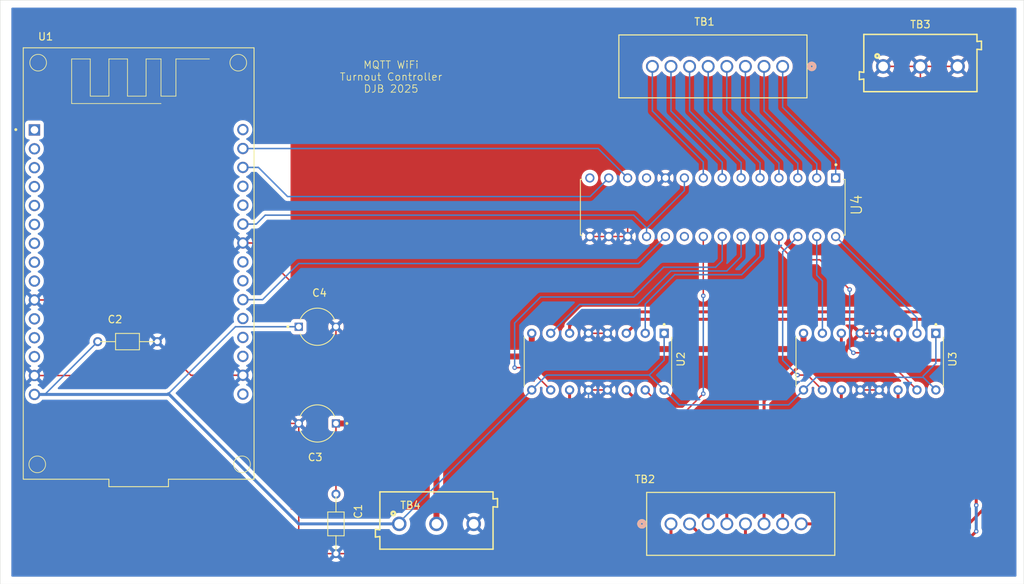
<source format=kicad_pcb>
(kicad_pcb (version 20241229) (generator "pcbnew") (generator_version "9.0")
  (layers (0 "F.Cu" signal) (2 "B.Cu" signal) (13 "F.Paste" user) (15 "B.Paste" user) (5 "F.SilkS" user "F.Silkscreen") (7 "B.SilkS" user "B.Silkscreen") (1 "F.Mask" user) (3 "B.Mask" user) (25 "Edge.Cuts" user))
  (net 0 "")
  (net 1 "GND")
  (net 2 "+12V")
  (net 3 "Net-(U2-4A)")
  (net 4 "Net-(U2-3Y)")
  (net 5 "+5V")
  (net 6 "Net-(U2-1Y)")
  (net 7 "Net-(U2-4Y)")
  (net 8 "Net-(U2-1A)")
  (net 9 "Net-(U2-3A)")
  (net 10 "Net-(U2-2A)")
  (net 11 "Net-(U2-2Y)")
  (net 12 "Net-(U3-1Y)")
  (net 13 "Net-(U3-2Y)")
  (net 14 "Net-(U3-4A)")
  (net 15 "Net-(U3-1A)")
  (net 16 "Net-(U3-4Y)")
  (net 17 "Net-(U3-2A)")
  (net 18 "Net-(U3-3A)")
  (net 19 "Net-(U3-3Y)")
  (net 20 "Net-(U4-GPB4)")
  (net 21 "Net-(U4-GPB3)")
  (net 22 "Net-(U4-GPB5)")
  (net 23 "Net-(U4-GPB0)")
  (net 24 "Net-(U4-GPB7)")
  (net 25 "Net-(U4-GPB6)")
  (net 26 "Net-(U4-GPB1)")
  (net 27 "Net-(U4-GPB2)")
  (net 28 "Net-(U1-D7(GPIO13))")
  (net 40 "Net-(U1-D1(GPIO5))")
  (net 43 "Net-(U4-VDD)")
  (net 47 "Net-(U1-D2(GPIO4))")
  (footprint "Cap 33:CAPPRD500W50D500H1100" (layer "F.Cu") (at 120.6 94.9)
    (property "Reference" "C4" (at 0.2892 -4.548 0) (layer "F.SilkS"))
    (property "Value" "33 uf")
    (fp_arc (start -2.3125 -0.95) (mid 0 -2.500028) (end 2.3125 -0.95) (stroke (width 0.127)) (layer "F.SilkS"))
    (fp_arc (start 2.3125 0.95) (mid 0 2.500028) (end -2.3125 0.95) (stroke (width 0.127)) (layer "F.SilkS"))
    (fp_circle (center -3.963 0) (end -3.863 0) (stroke (width 0.2)) (fill no) (layer "F.SilkS"))
    (pad "N" thru_hole circle (at 2.5 0) (size 1.1 1.1) (drill 0.75) (layers "*.Cu" "*.Mask") (net 1 "GND"))
    (pad "P" thru_hole rect (at -2.5 0) (size 1.1 1.1) (drill 0.75) (layers "*.Cu" "*.Mask") (net 5 "+5V"))
  )
  (footprint "L293DNE:DIP762W45P254L1980H508Q16" (layer "F.Cu") (at 194.79 99.59 -90)
    (property "Reference" "U3" (at -0.325 -11.135 90) (layer "F.SilkS"))
    (property "Value" "L293DNE")
    (fp_line (start -3.3 9.9) (end 3.3 9.9) (stroke (width 0.127)) (layer "F.SilkS"))
    (fp_line (start -3.3 -9.9) (end 3.3 -9.9) (stroke (width 0.127)) (layer "F.SilkS"))
    (fp_circle (center -5 -8.89) (end -4.9 -8.89) (stroke (width 0.2)) (fill no) (layer "F.SilkS"))
    (pad "1" thru_hole rect (at -3.81 -8.89 270) (size 1.248 1.248) (drill 0.74) (layers "*.Cu" "*.Mask") (net 5 "+5V"))
    (pad "2" thru_hole circle (at -3.81 -6.35 270) (size 1.248 1.248) (drill 0.74) (layers "*.Cu" "*.Mask") (net 15 "Net-(U3-1A)"))
    (pad "3" thru_hole circle (at -3.81 -3.81 270) (size 1.248 1.248) (drill 0.74) (layers "*.Cu" "*.Mask") (net 12 "Net-(U3-1Y)"))
    (pad "4" thru_hole circle (at -3.81 -1.27 270) (size 1.248 1.248) (drill 0.74) (layers "*.Cu" "*.Mask") (net 1 "GND"))
    (pad "5" thru_hole circle (at -3.81 1.27 270) (size 1.248 1.248) (drill 0.74) (layers "*.Cu" "*.Mask") (net 1 "GND"))
    (pad "6" thru_hole circle (at -3.81 3.81 270) (size 1.248 1.248) (drill 0.74) (layers "*.Cu" "*.Mask") (net 13 "Net-(U3-2Y)"))
    (pad "7" thru_hole circle (at -3.81 6.35 270) (size 1.248 1.248) (drill 0.74) (layers "*.Cu" "*.Mask") (net 17 "Net-(U3-2A)"))
    (pad "8" thru_hole circle (at -3.81 8.89 270) (size 1.248 1.248) (drill 0.74) (layers "*.Cu" "*.Mask") (net 2 "+12V"))
    (pad "9" thru_hole circle (at 3.81 8.89 270) (size 1.248 1.248) (drill 0.74) (layers "*.Cu" "*.Mask") (net 5 "+5V"))
    (pad "10" thru_hole circle (at 3.81 6.35 270) (size 1.248 1.248) (drill 0.74) (layers "*.Cu" "*.Mask") (net 18 "Net-(U3-3A)"))
    (pad "11" thru_hole circle (at 3.81 3.81 270) (size 1.248 1.248) (drill 0.74) (layers "*.Cu" "*.Mask") (net 19 "Net-(U3-3Y)"))
    (pad "12" thru_hole circle (at 3.81 1.27 270) (size 1.248 1.248) (drill 0.74) (layers "*.Cu" "*.Mask") (net 1 "GND"))
    (pad "13" thru_hole circle (at 3.81 -1.27 270) (size 1.248 1.248) (drill 0.74) (layers "*.Cu" "*.Mask") (net 1 "GND"))
    (pad "14" thru_hole circle (at 3.81 -3.81 270) (size 1.248 1.248) (drill 0.74) (layers "*.Cu" "*.Mask") (net 16 "Net-(U3-4Y)"))
    (pad "15" thru_hole circle (at 3.81 -6.35 270) (size 1.248 1.248) (drill 0.74) (layers "*.Cu" "*.Mask") (net 14 "Net-(U3-4A)"))
    (pad "16" thru_hole circle (at 3.81 -8.89 270) (size 1.248 1.248) (drill 0.74) (layers "*.Cu" "*.Mask") (net 5 "+5V"))
  )
  (footprint "MCP23017:DIP787W45P254L3556H508Q28" (layer "F.Cu") (at 173.71 78.835 -90)
    (property "Reference" "U4" (at -0.31607 -19.32912 90) (layer "F.SilkS") (effects (font (size 1.402394 1.402394))))
    (property "Value" "MCP23017")
    (fp_line (start -3.75 17.78) (end -3.75 17.526) (stroke (width 0.127)) (layer "F.SilkS"))
    (fp_line (start 3.75 17.78) (end -3.75 17.78) (stroke (width 0.127)) (layer "F.SilkS"))
    (fp_line (start 3.75 17.78) (end 3.75 17.526) (stroke (width 0.127)) (layer "F.SilkS"))
    (fp_line (start -3.75 -17.78) (end -3.75 -17.526) (stroke (width 0.127)) (layer "F.SilkS"))
    (fp_line (start 3.75 -17.78) (end 3.75 -17.526) (stroke (width 0.127)) (layer "F.SilkS"))
    (fp_line (start 3.75 -17.78) (end -3.75 -17.78) (stroke (width 0.127)) (layer "F.SilkS"))
    (fp_circle (center -5.71442 -16.5443) (end -5.61442 -16.5443) (stroke (width 0.2)) (fill no) (layer "F.SilkS"))
    (pad "1" thru_hole rect (at -3.935 -16.51 270) (size 1.23 1.23) (drill 0.82) (layers "*.Cu" "*.Mask") (net 23 "Net-(U4-GPB0)"))
    (pad "2" thru_hole circle (at -3.935 -13.97 270) (size 1.23 1.23) (drill 0.82) (layers "*.Cu" "*.Mask") (net 26 "Net-(U4-GPB1)"))
    (pad "3" thru_hole circle (at -3.935 -11.43 270) (size 1.23 1.23) (drill 0.82) (layers "*.Cu" "*.Mask") (net 27 "Net-(U4-GPB2)"))
    (pad "4" thru_hole circle (at -3.935 -8.89 270) (size 1.23 1.23) (drill 0.82) (layers "*.Cu" "*.Mask") (net 21 "Net-(U4-GPB3)"))
    (pad "5" thru_hole circle (at -3.935 -6.35 270) (size 1.23 1.23) (drill 0.82) (layers "*.Cu" "*.Mask") (net 20 "Net-(U4-GPB4)"))
    (pad "6" thru_hole circle (at -3.935 -3.81 270) (size 1.23 1.23) (drill 0.82) (layers "*.Cu" "*.Mask") (net 22 "Net-(U4-GPB5)"))
    (pad "7" thru_hole circle (at -3.935 -1.27 270) (size 1.23 1.23) (drill 0.82) (layers "*.Cu" "*.Mask") (net 25 "Net-(U4-GPB6)"))
    (pad "8" thru_hole circle (at -3.935 1.27 270) (size 1.23 1.23) (drill 0.82) (layers "*.Cu" "*.Mask") (net 24 "Net-(U4-GPB7)"))
    (pad "9" thru_hole circle (at -3.935 3.81 270) (size 1.23 1.23) (drill 0.82) (layers "*.Cu" "*.Mask") (net 43 "Net-(U4-VDD)"))
    (pad "10" thru_hole circle (at -3.935 6.35 270) (size 1.23 1.23) (drill 0.82) (layers "*.Cu" "*.Mask") (net 1 "GND"))
    (pad "11" thru_hole circle (at -3.935 8.89 270) (size 1.23 1.23) (drill 0.82) (layers "*.Cu" "*.Mask"))
    (pad "12" thru_hole circle (at -3.935 11.43 270) (size 1.23 1.23) (drill 0.82) (layers "*.Cu" "*.Mask") (net 40 "Net-(U1-D1(GPIO5))"))
    (pad "13" thru_hole circle (at -3.935 13.97 270) (size 1.23 1.23) (drill 0.82) (layers "*.Cu" "*.Mask") (net 47 "Net-(U1-D2(GPIO4))"))
    (pad "14" thru_hole circle (at -3.935 16.51 270) (size 1.23 1.23) (drill 0.82) (layers "*.Cu" "*.Mask"))
    (pad "15" thru_hole circle (at 3.935 16.51 270) (size 1.23 1.23) (drill 0.82) (layers "*.Cu" "*.Mask") (net 1 "GND"))
    (pad "16" thru_hole circle (at 3.935 13.97 270) (size 1.23 1.23) (drill 0.82) (layers "*.Cu" "*.Mask") (net 1 "GND"))
    (pad "17" thru_hole circle (at 3.935 11.43 270) (size 1.23 1.23) (drill 0.82) (layers "*.Cu" "*.Mask") (net 1 "GND"))
    (pad "18" thru_hole circle (at 3.935 8.89 270) (size 1.23 1.23) (drill 0.82) (layers "*.Cu" "*.Mask") (net 43 "Net-(U4-VDD)"))
    (pad "19" thru_hole circle (at 3.935 6.35 270) (size 1.23 1.23) (drill 0.82) (layers "*.Cu" "*.Mask") (net 28 "Net-(U1-D7(GPIO13))"))
    (pad "20" thru_hole circle (at 3.935 3.81 270) (size 1.23 1.23) (drill 0.82) (layers "*.Cu" "*.Mask"))
    (pad "21" thru_hole circle (at 3.935 1.27 270) (size 1.23 1.23) (drill 0.82) (layers "*.Cu" "*.Mask") (net 3 "Net-(U2-4A)"))
    (pad "22" thru_hole circle (at 3.935 -1.27 270) (size 1.23 1.23) (drill 0.82) (layers "*.Cu" "*.Mask") (net 9 "Net-(U2-3A)"))
    (pad "23" thru_hole circle (at 3.935 -3.81 270) (size 1.23 1.23) (drill 0.82) (layers "*.Cu" "*.Mask") (net 10 "Net-(U2-2A)"))
    (pad "24" thru_hole circle (at 3.935 -6.35 270) (size 1.23 1.23) (drill 0.82) (layers "*.Cu" "*.Mask") (net 8 "Net-(U2-1A)"))
    (pad "25" thru_hole circle (at 3.935 -8.89 270) (size 1.23 1.23) (drill 0.82) (layers "*.Cu" "*.Mask") (net 14 "Net-(U3-4A)"))
    (pad "26" thru_hole circle (at 3.935 -11.43 270) (size 1.23 1.23) (drill 0.82) (layers "*.Cu" "*.Mask") (net 18 "Net-(U3-3A)"))
    (pad "27" thru_hole circle (at 3.935 -13.97 270) (size 1.23 1.23) (drill 0.82) (layers "*.Cu" "*.Mask") (net 17 "Net-(U3-2A)"))
    (pad "28" thru_hole circle (at 3.935 -16.51 270) (size 1.23 1.23) (drill 0.82) (layers "*.Cu" "*.Mask") (net 15 "Net-(U3-1A)"))
  )
  (footprint "L293DNE:DIP762W45P254L1980H508Q16" (layer "F.Cu") (at 158.29 99.59 -90)
    (property "Reference" "U2" (at -0.325 -11.135 90) (layer "F.SilkS"))
    (property "Value" "L293DNE")
    (fp_line (start -3.3 9.9) (end 3.3 9.9) (stroke (width 0.127)) (layer "F.SilkS"))
    (fp_line (start -3.3 -9.9) (end 3.3 -9.9) (stroke (width 0.127)) (layer "F.SilkS"))
    (fp_circle (center -5 -8.89) (end -4.9 -8.89) (stroke (width 0.2)) (fill no) (layer "F.SilkS"))
    (pad "1" thru_hole rect (at -3.81 -8.89 270) (size 1.248 1.248) (drill 0.74) (layers "*.Cu" "*.Mask") (net 5 "+5V"))
    (pad "2" thru_hole circle (at -3.81 -6.35 270) (size 1.248 1.248) (drill 0.74) (layers "*.Cu" "*.Mask") (net 8 "Net-(U2-1A)"))
    (pad "3" thru_hole circle (at -3.81 -3.81 270) (size 1.248 1.248) (drill 0.74) (layers "*.Cu" "*.Mask") (net 6 "Net-(U2-1Y)"))
    (pad "4" thru_hole circle (at -3.81 -1.27 270) (size 1.248 1.248) (drill 0.74) (layers "*.Cu" "*.Mask") (net 1 "GND"))
    (pad "5" thru_hole circle (at -3.81 1.27 270) (size 1.248 1.248) (drill 0.74) (layers "*.Cu" "*.Mask") (net 1 "GND"))
    (pad "6" thru_hole circle (at -3.81 3.81 270) (size 1.248 1.248) (drill 0.74) (layers "*.Cu" "*.Mask") (net 11 "Net-(U2-2Y)"))
    (pad "7" thru_hole circle (at -3.81 6.35 270) (size 1.248 1.248) (drill 0.74) (layers "*.Cu" "*.Mask") (net 10 "Net-(U2-2A)"))
    (pad "8" thru_hole circle (at -3.81 8.89 270) (size 1.248 1.248) (drill 0.74) (layers "*.Cu" "*.Mask") (net 2 "+12V"))
    (pad "9" thru_hole circle (at 3.81 8.89 270) (size 1.248 1.248) (drill 0.74) (layers "*.Cu" "*.Mask") (net 5 "+5V"))
    (pad "10" thru_hole circle (at 3.81 6.35 270) (size 1.248 1.248) (drill 0.74) (layers "*.Cu" "*.Mask") (net 9 "Net-(U2-3A)"))
    (pad "11" thru_hole circle (at 3.81 3.81 270) (size 1.248 1.248) (drill 0.74) (layers "*.Cu" "*.Mask") (net 4 "Net-(U2-3Y)"))
    (pad "12" thru_hole circle (at 3.81 1.27 270) (size 1.248 1.248) (drill 0.74) (layers "*.Cu" "*.Mask") (net 1 "GND"))
    (pad "13" thru_hole circle (at 3.81 -1.27 270) (size 1.248 1.248) (drill 0.74) (layers "*.Cu" "*.Mask") (net 1 "GND"))
    (pad "14" thru_hole circle (at 3.81 -3.81 270) (size 1.248 1.248) (drill 0.74) (layers "*.Cu" "*.Mask") (net 7 "Net-(U2-4Y)"))
    (pad "15" thru_hole circle (at 3.81 -6.35 270) (size 1.248 1.248) (drill 0.74) (layers "*.Cu" "*.Mask") (net 3 "Net-(U2-4A)"))
    (pad "16" thru_hole circle (at 3.81 -8.89 270) (size 1.248 1.248) (drill 0.74) (layers "*.Cu" "*.Mask") (net 5 "+5V"))
  )
  (footprint "Connector 3p:691102710003" (layer "F.Cu") (at 136.6 121.4)
    (property "Reference" "TB4" (at -3.5 -2.5 0) (layer "F.SilkS"))
    (property "Value" "691102710003")
    (property "VALUE" "691102710003" (hide yes))
    (fp_line (start -8.2 0.725) (end -7.6 0.8) (stroke (width 0.2)) (layer "F.SilkS"))
    (fp_line (start -8.2 1.775) (end -8.2 0.725) (stroke (width 0.2)) (layer "F.SilkS"))
    (fp_line (start -7.6 -4.3) (end 7.6 -4.3) (stroke (width 0.2)) (layer "F.SilkS"))
    (fp_line (start -7.6 0.8) (end -7.6 -4.3) (stroke (width 0.2)) (layer "F.SilkS"))
    (fp_line (start -7.6 1.7) (end -8.2 1.775) (stroke (width 0.2)) (layer "F.SilkS"))
    (fp_line (start -7.6 3.4) (end -7.6 1.7) (stroke (width 0.2)) (layer "F.SilkS"))
    (fp_line (start 7.6 -4.3) (end 7.6 -3.35) (stroke (width 0.2)) (layer "F.SilkS"))
    (fp_line (start 7.6 -3.35) (end 8.2 -3.4) (stroke (width 0.2)) (layer "F.SilkS"))
    (fp_line (start 7.6 -2.3) (end 7.6 3.4) (stroke (width 0.2)) (layer "F.SilkS"))
    (fp_line (start 7.6 3.4) (end -7.6 3.4) (stroke (width 0.2)) (layer "F.SilkS"))
    (fp_line (start 8.2 -3.4) (end 8.2 -2.25) (stroke (width 0.2)) (layer "F.SilkS"))
    (fp_line (start 8.2 -2.25) (end 7.6 -2.3) (stroke (width 0.2)) (layer "F.SilkS"))
    (fp_circle (center -5.8 -1.4) (end -5.7 -1.4) (stroke (width 0.3)) (fill no) (layer "F.SilkS"))
    (pad "1" thru_hole circle (at -5 0) (size 1.95 1.95) (drill 1.3) (layers "*.Cu" "*.Mask") (net 5 "+5V"))
    (pad "2" thru_hole circle (at 0 0) (size 1.95 1.95) (drill 1.3) (layers "*.Cu" "*.Mask") (net 2 "+12V"))
    (pad "3" thru_hole circle (at 5 0) (size 1.95 1.95) (drill 1.3) (layers "*.Cu" "*.Mask") (net 1 "GND"))
  )
  (footprint "Connector 8p:CONN8_1-282837-2_TEC" (layer "F.Cu") (at 168.1 121.4)
    (property "Reference" "TB2" (at -3.5 -6 0) (layer "F.SilkS"))
    (property "Value" "1-282837-2")
    (fp_line (start -3.267 -4.226999) (end -3.267 4.227002) (stroke (width 0.1524)) (layer "F.SilkS"))
    (fp_line (start -3.267 4.227002) (end 22 4.227) (stroke (width 0.1524)) (layer "F.SilkS"))
    (fp_line (start 22 -4.227001) (end -3.267 -4.226999) (stroke (width 0.1524)) (layer "F.SilkS"))
    (fp_line (start 22 4.227) (end 22 -4.227001) (stroke (width 0.1524)) (layer "F.SilkS"))
    (fp_circle (center -3.902 0) (end -3.521 0) (stroke (width 0.508)) (fill no) (layer "F.SilkS"))
    (fp_circle (center -3.902 0) (end -3.521 0) (stroke (width 0.508)) (fill no) (layer "B.SilkS"))
    (pad "1" thru_hole circle (at 0 0) (size 1.7272 1.7272) (drill 1.2192) (layers "*.Cu" "*.Mask") (net 6 "Net-(U2-1Y)"))
    (pad "2" thru_hole circle (at 2.5 0) (size 1.7272 1.7272) (drill 1.2192) (layers "*.Cu" "*.Mask") (net 11 "Net-(U2-2Y)"))
    (pad "3" thru_hole circle (at 5 0) (size 1.7272 1.7272) (drill 1.2192) (layers "*.Cu" "*.Mask") (net 4 "Net-(U2-3Y)"))
    (pad "4" thru_hole circle (at 7.5 0) (size 1.7272 1.7272) (drill 1.2192) (layers "*.Cu" "*.Mask") (net 7 "Net-(U2-4Y)"))
    (pad "5" thru_hole circle (at 10 0) (size 1.7272 1.7272) (drill 1.2192) (layers "*.Cu" "*.Mask") (net 12 "Net-(U3-1Y)"))
    (pad "6" thru_hole circle (at 12.5 0) (size 1.7272 1.7272) (drill 1.2192) (layers "*.Cu" "*.Mask") (net 13 "Net-(U3-2Y)"))
    (pad "7" thru_hole circle (at 15 0) (size 1.7272 1.7272) (drill 1.2192) (layers "*.Cu" "*.Mask") (net 19 "Net-(U3-3Y)"))
    (pad "8" thru_hole circle (at 17.5 0) (size 1.7272 1.7272) (drill 1.2192) (layers "*.Cu" "*.Mask") (net 16 "Net-(U3-4Y)"))
  )
  (footprint "Cap 33:CAPPRD500W50D500H1100" (layer "F.Cu") (at 120.6 107.9 180)
    (property "Reference" "C3" (at 0.2892 -4.548 0) (layer "F.SilkS"))
    (property "Value" "33 uf")
    (fp_arc (start 2.3125 0.95) (mid 0 2.500028) (end -2.3125 0.95) (stroke (width 0.127)) (layer "F.SilkS"))
    (fp_arc (start -2.3125 -0.95) (mid 0 -2.500028) (end 2.3125 -0.95) (stroke (width 0.127)) (layer "F.SilkS"))
    (fp_circle (center -3.963 0) (end -3.863 0) (stroke (width 0.2)) (fill no) (layer "F.SilkS"))
    (pad "N" thru_hole circle (at 2.5 0 180) (size 1.1 1.1) (drill 0.75) (layers "*.Cu" "*.Mask") (net 1 "GND"))
    (pad "P" thru_hole rect (at -2.5 0 180) (size 1.1 1.1) (drill 0.75) (layers "*.Cu" "*.Mask") (net 2 "+12V"))
  )
  (footprint "Connector 3p:691102710003" (layer "F.Cu") (at 201.6 59.9)
    (property "Reference" "TB3" (at 0 -5.635 0) (layer "F.SilkS"))
    (property "Value" "691102710003")
    (property "VALUE" "691102710003" (hide yes))
    (fp_line (start -8.2 0.725) (end -7.6 0.8) (stroke (width 0.2)) (layer "F.SilkS"))
    (fp_line (start -8.2 1.775) (end -8.2 0.725) (stroke (width 0.2)) (layer "F.SilkS"))
    (fp_line (start -7.6 -4.3) (end 7.6 -4.3) (stroke (width 0.2)) (layer "F.SilkS"))
    (fp_line (start -7.6 0.8) (end -7.6 -4.3) (stroke (width 0.2)) (layer "F.SilkS"))
    (fp_line (start -7.6 1.7) (end -8.2 1.775) (stroke (width 0.2)) (layer "F.SilkS"))
    (fp_line (start -7.6 3.4) (end -7.6 1.7) (stroke (width 0.2)) (layer "F.SilkS"))
    (fp_line (start 7.6 -4.3) (end 7.6 -3.35) (stroke (width 0.2)) (layer "F.SilkS"))
    (fp_line (start 7.6 -3.35) (end 8.2 -3.4) (stroke (width 0.2)) (layer "F.SilkS"))
    (fp_line (start 7.6 -2.3) (end 7.6 3.4) (stroke (width 0.2)) (layer "F.SilkS"))
    (fp_line (start 7.6 3.4) (end -7.6 3.4) (stroke (width 0.2)) (layer "F.SilkS"))
    (fp_line (start 8.2 -3.4) (end 8.2 -2.25) (stroke (width 0.2)) (layer "F.SilkS"))
    (fp_line (start 8.2 -2.25) (end 7.6 -2.3) (stroke (width 0.2)) (layer "F.SilkS"))
    (fp_circle (center -5.8 -1.4) (end -5.7 -1.4) (stroke (width 0.3)) (fill no) (layer "F.SilkS"))
    (pad "1" thru_hole circle (at -5 0) (size 1.95 1.95) (drill 1.3) (layers "*.Cu" "*.Mask") (net 1 "GND"))
    (pad "2" thru_hole circle (at 0 0) (size 1.95 1.95) (drill 1.3) (layers "*.Cu" "*.Mask") (net 1 "GND"))
    (pad "3" thru_hole circle (at 5 0) (size 1.95 1.95) (drill 1.3) (layers "*.Cu" "*.Mask") (net 1 "GND"))
  )
  (footprint "Connector 8p:CONN8_1-282837-2_TEC" (layer "F.Cu") (at 183.1 59.9 180)
    (property "Reference" "TB1" (at 10.5 6 0) (layer "F.SilkS"))
    (property "Value" "1-282837-2" (hide yes))
    (fp_line (start 22 4.227) (end 22 -4.227001) (stroke (width 0.1524)) (layer "F.SilkS"))
    (fp_line (start 22 -4.227001) (end -3.267 -4.226999) (stroke (width 0.1524)) (layer "F.SilkS"))
    (fp_line (start -3.267 4.227002) (end 22 4.227) (stroke (width 0.1524)) (layer "F.SilkS"))
    (fp_line (start -3.267 -4.226999) (end -3.267 4.227002) (stroke (width 0.1524)) (layer "F.SilkS"))
    (fp_circle (center -3.902 0) (end -3.521 0) (stroke (width 0.508)) (fill no) (layer "F.SilkS"))
    (fp_circle (center -3.902 0) (end -3.521 0) (stroke (width 0.508)) (fill no) (layer "B.SilkS"))
    (pad "1" thru_hole circle (at 0 0 180) (size 1.7272 1.7272) (drill 1.2192) (layers "*.Cu" "*.Mask") (net 23 "Net-(U4-GPB0)"))
    (pad "2" thru_hole circle (at 2.5 0 180) (size 1.7272 1.7272) (drill 1.2192) (layers "*.Cu" "*.Mask") (net 26 "Net-(U4-GPB1)"))
    (pad "3" thru_hole circle (at 5 0 180) (size 1.7272 1.7272) (drill 1.2192) (layers "*.Cu" "*.Mask") (net 27 "Net-(U4-GPB2)"))
    (pad "4" thru_hole circle (at 7.5 0 180) (size 1.7272 1.7272) (drill 1.2192) (layers "*.Cu" "*.Mask") (net 21 "Net-(U4-GPB3)"))
    (pad "5" thru_hole circle (at 10 0 180) (size 1.7272 1.7272) (drill 1.2192) (layers "*.Cu" "*.Mask") (net 20 "Net-(U4-GPB4)"))
    (pad "6" thru_hole circle (at 12.5 0 180) (size 1.7272 1.7272) (drill 1.2192) (layers "*.Cu" "*.Mask") (net 22 "Net-(U4-GPB5)"))
    (pad "7" thru_hole circle (at 15 0 180) (size 1.7272 1.7272) (drill 1.2192) (layers "*.Cu" "*.Mask") (net 25 "Net-(U4-GPB6)"))
    (pad "8" thru_hole circle (at 17.5 0 180) (size 1.7272 1.7272) (drill 1.2192) (layers "*.Cu" "*.Mask") (net 24 "Net-(U4-GPB7)"))
  )
  (footprint "Cap 0.1:CAPAD2080W45L320D220" (layer "F.Cu") (at 95.1 96.9)
    (property "Reference" "C2" (at -1.679 -2.985 0) (layer "F.SilkS"))
    (property "Value" "0.1 uf")
    (fp_line (start -1.6 -1.1) (end 1.6 -1.1) (stroke (width 0.127)) (layer "F.SilkS"))
    (fp_line (start -1.6 0) (end -4 0) (stroke (width 0.127)) (layer "F.SilkS"))
    (fp_line (start -1.6 0) (end -1.6 -1.1) (stroke (width 0.127)) (layer "F.SilkS"))
    (fp_line (start -1.6 1.1) (end -1.6 0) (stroke (width 0.127)) (layer "F.SilkS"))
    (fp_line (start 1.6 -1.1) (end 1.6 0) (stroke (width 0.127)) (layer "F.SilkS"))
    (fp_line (start 1.6 0) (end 1.6 1.1) (stroke (width 0.127)) (layer "F.SilkS"))
    (fp_line (start 1.6 0) (end 4 0) (stroke (width 0.127)) (layer "F.SilkS"))
    (fp_line (start 1.6 1.1) (end -1.6 1.1) (stroke (width 0.127)) (layer "F.SilkS"))
    (pad "1" thru_hole circle (at -4 0) (size 1.208 1.208) (drill 0.7) (layers "*.Cu" "*.Mask") (net 5 "+5V"))
    (pad "2" thru_hole circle (at 4 0) (size 1.208 1.208) (drill 0.7) (layers "*.Cu" "*.Mask") (net 1 "GND"))
  )
  (footprint "Cap 0.1:CAPAD2080W45L320D220" (layer "F.Cu") (at 123.1 121.4 -90)
    (property "Reference" "C1" (at -1.679 -2.985 90) (layer "F.SilkS"))
    (property "Value" "0.1 uf")
    (fp_line (start -1.6 1.1) (end -1.6 0) (stroke (width 0.127)) (layer "F.SilkS"))
    (fp_line (start 1.6 1.1) (end -1.6 1.1) (stroke (width 0.127)) (layer "F.SilkS"))
    (fp_line (start -1.6 0) (end -4 0) (stroke (width 0.127)) (layer "F.SilkS"))
    (fp_line (start -1.6 0) (end -1.6 -1.1) (stroke (width 0.127)) (layer "F.SilkS"))
    (fp_line (start 1.6 0) (end 1.6 1.1) (stroke (width 0.127)) (layer "F.SilkS"))
    (fp_line (start 1.6 0) (end 4 0) (stroke (width 0.127)) (layer "F.SilkS"))
    (fp_line (start -1.6 -1.1) (end 1.6 -1.1) (stroke (width 0.127)) (layer "F.SilkS"))
    (fp_line (start 1.6 -1.1) (end 1.6 0) (stroke (width 0.127)) (layer "F.SilkS"))
    (pad "1" thru_hole circle (at -4 0 270) (size 1.208 1.208) (drill 0.7) (layers "*.Cu" "*.Mask") (net 2 "+12V"))
    (pad "2" thru_hole circle (at 4 0 270) (size 1.208 1.208) (drill 0.7) (layers "*.Cu" "*.Mask") (net 1 "GND"))
  )
  (footprint "ESP8266:MODULE_ESP8266DEVKITC02DF" (layer "F.Cu") (at 96.6 91.4)
    (property "Reference" "U1" (at -12.5 -35.5 0) (layer "F.SilkS"))
    (property "Value" "ESP8266DEVKIT")
    (fp_line (start -15.5 -34) (end 15.5 -34) (stroke (width 0.127)) (layer "F.SilkS"))
    (fp_line (start -15.5 23.95) (end -15.5 -34) (stroke (width 0.127)) (layer "F.SilkS"))
    (fp_line (start -9 -32.5) (end -9 -26.5) (stroke (width 0.1)) (layer "F.SilkS"))
    (fp_line (start -9 -32.5) (end -6.5 -32.5) (stroke (width 0.1)) (layer "F.SilkS"))
    (fp_line (start -9 -26.5) (end 3 -26.5) (stroke (width 0.1)) (layer "F.SilkS"))
    (fp_line (start -6.5 -32.5) (end -6.5 -27.5) (stroke (width 0.1)) (layer "F.SilkS"))
    (fp_line (start -6.5 -27.5) (end -4 -27.5) (stroke (width 0.1)) (layer "F.SilkS"))
    (fp_line (start -4 -32.5) (end -1.5 -32.5) (stroke (width 0.1)) (layer "F.SilkS"))
    (fp_line (start -4 -27.5) (end -4 -32.5) (stroke (width 0.1)) (layer "F.SilkS"))
    (fp_line (start -4 24) (end -15.5 24) (stroke (width 0.127)) (layer "F.SilkS"))
    (fp_line (start -4 24) (end -4 25) (stroke (width 0.127)) (layer "F.SilkS"))
    (fp_line (start -4 25) (end 4 25) (stroke (width 0.127)) (layer "F.SilkS"))
    (fp_line (start -1.5 -27.5) (end -1.5 -32.5) (stroke (width 0.1)) (layer "F.SilkS"))
    (fp_line (start -1.5 -27.5) (end 1 -27.5) (stroke (width 0.1)) (layer "F.SilkS"))
    (fp_line (start 1 -32.5) (end 3 -32.5) (stroke (width 0.1)) (layer "F.SilkS"))
    (fp_line (start 1 -27.5) (end 1 -32.5) (stroke (width 0.1)) (layer "F.SilkS"))
    (fp_line (start 3 -32.5) (end 3 -27.5) (stroke (width 0.1)) (layer "F.SilkS"))
    (fp_line (start 3 -27.5) (end 5 -27.5) (stroke (width 0.1)) (layer "F.SilkS"))
    (fp_line (start 4 25) (end 4 24) (stroke (width 0.127)) (layer "F.SilkS"))
    (fp_line (start 5 -32.5) (end 9.5 -32.5) (stroke (width 0.1)) (layer "F.SilkS"))
    (fp_line (start 5 -27.5) (end 5 -32.5) (stroke (width 0.1)) (layer "F.SilkS"))
    (fp_line (start 15.5 -34) (end 15.5 24) (stroke (width 0.127)) (layer "F.SilkS"))
    (fp_line (start 15.5 24) (end 4 24) (stroke (width 0.127)) (layer "F.SilkS"))
    (fp_circle (center -16.5 -23) (end -16.4 -23) (stroke (width 0.2)) (fill no) (layer "F.SilkS"))
    (fp_circle (center -13.618034 22) (end -13.118034 23) (stroke (width 0.1)) (fill no) (layer "F.SilkS"))
    (fp_circle (center -13.5 -32) (end -13 -31) (stroke (width 0.1)) (fill no) (layer "F.SilkS"))
    (fp_circle (center 13.381966 -32) (end 13.881966 -31) (stroke (width 0.1)) (fill no) (layer "F.SilkS"))
    (fp_circle (center 13.881966 22) (end 14.381966 23) (stroke (width 0.1)) (fill no) (layer "F.SilkS"))
    (pad "1" thru_hole rect (at -14 -22.96) (size 1.524 1.524) (drill 1.016) (layers "*.Cu" "*.Mask"))
    (pad "2" thru_hole circle (at -14 -20.42) (size 1.524 1.524) (drill 1.016) (layers "*.Cu" "*.Mask"))
    (pad "3" thru_hole circle (at -14 -17.88) (size 1.524 1.524) (drill 1.016) (layers "*.Cu" "*.Mask"))
    (pad "4" thru_hole circle (at -14 -15.34) (size 1.524 1.524) (drill 1.016) (layers "*.Cu" "*.Mask"))
    (pad "5" thru_hole circle (at -14 -12.8) (size 1.524 1.524) (drill 1.016) (layers "*.Cu" "*.Mask"))
    (pad "6" thru_hole circle (at -14 -10.26) (size 1.524 1.524) (drill 1.016) (layers "*.Cu" "*.Mask"))
    (pad "7" thru_hole circle (at -14 -7.72) (size 1.524 1.524) (drill 1.016) (layers "*.Cu" "*.Mask"))
    (pad "8" thru_hole circle (at -14 -5.18) (size 1.524 1.524) (drill 1.016) (layers "*.Cu" "*.Mask"))
    (pad "9" thru_hole circle (at -14 -2.64) (size 1.524 1.524) (drill 1.016) (layers "*.Cu" "*.Mask"))
    (pad "10" thru_hole circle (at -14 -0.1) (size 1.524 1.524) (drill 1.016) (layers "*.Cu" "*.Mask") (net 1 "GND"))
    (pad "11" thru_hole circle (at -14 2.44) (size 1.524 1.524) (drill 1.016) (layers "*.Cu" "*.Mask"))
    (pad "12" thru_hole circle (at -14 4.98) (size 1.524 1.524) (drill 1.016) (layers "*.Cu" "*.Mask"))
    (pad "13" thru_hole circle (at -14 7.52) (size 1.524 1.524) (drill 1.016) (layers "*.Cu" "*.Mask"))
    (pad "14" thru_hole circle (at -14 10.06) (size 1.524 1.524) (drill 1.016) (layers "*.Cu" "*.Mask") (net 1 "GND"))
    (pad "15" thru_hole circle (at -14 12.6) (size 1.524 1.524) (drill 1.016) (layers "*.Cu" "*.Mask") (net 5 "+5V"))
    (pad "16" thru_hole circle (at 14 12.56) (size 1.524 1.524) (drill 1.016) (layers "*.Cu" "*.Mask"))
    (pad "17" thru_hole circle (at 14 10.02) (size 1.524 1.524) (drill 1.016) (layers "*.Cu" "*.Mask") (net 1 "GND"))
    (pad "18" thru_hole circle (at 14 7.48) (size 1.524 1.524) (drill 1.016) (layers "*.Cu" "*.Mask"))
    (pad "19" thru_hole circle (at 14 4.94) (size 1.524 1.524) (drill 1.016) (layers "*.Cu" "*.Mask"))
    (pad "20" thru_hole circle (at 14 2.4) (size 1.524 1.524) (drill 1.016) (layers "*.Cu" "*.Mask"))
    (pad "21" thru_hole circle (at 14 -0.14) (size 1.524 1.524) (drill 1.016) (layers "*.Cu" "*.Mask") (net 28 "Net-(U1-D7(GPIO13))"))
    (pad "22" thru_hole circle (at 14 -2.68) (size 1.524 1.524) (drill 1.016) (layers "*.Cu" "*.Mask"))
    (pad "23" thru_hole circle (at 14 -5.22) (size 1.524 1.524) (drill 1.016) (layers "*.Cu" "*.Mask"))
    (pad "24" thru_hole circle (at 14 -7.76) (size 1.524 1.524) (drill 1.016) (layers "*.Cu" "*.Mask") (net 1 "GND"))
    (pad "25" thru_hole circle (at 14 -10.3) (size 1.524 1.524) (drill 1.016) (layers "*.Cu" "*.Mask") (net 43 "Net-(U4-VDD)"))
    (pad "26" thru_hole circle (at 14 -12.84) (size 1.524 1.524) (drill 1.016) (layers "*.Cu" "*.Mask"))
    (pad "27" thru_hole circle (at 14 -15.38) (size 1.524 1.524) (drill 1.016) (layers "*.Cu" "*.Mask"))
    (pad "28" thru_hole circle (at 14 -17.92) (size 1.524 1.524) (drill 1.016) (layers "*.Cu" "*.Mask") (net 47 "Net-(U1-D2(GPIO4))"))
    (pad "29" thru_hole circle (at 14 -20.46) (size 1.524 1.524) (drill 1.016) (layers "*.Cu" "*.Mask") (net 40 "Net-(U1-D1(GPIO5))"))
    (pad "30" thru_hole circle (at 14 -23) (size 1.524 1.524) (drill 1.016) (layers "*.Cu" "*.Mask"))
  )
  (gr_line (start 78 129.5) (end 78 51) (stroke (width 0.05)) (layer "Edge.Cuts"))
  (gr_line (start 215.5 129.5) (end 78 129.5) (stroke (width 0.05)) (layer "Edge.Cuts"))
  (gr_line (start 78 51) (end 215.5 51) (stroke (width 0.05)) (layer "Edge.Cuts"))
  (gr_line (start 215.5 51) (end 215.5 129.5) (stroke (width 0.05)) (layer "Edge.Cuts"))
  (gr_text "MQTT WiFi\nTurnout Controller\nDJB 2025" (at 130.5 63.5 0) (layer "F.SilkS") (effects (font (size 1 1) (thickness 0.1)) (justify bottom)))
  (segment (start 118.1 107.9) (end 117.08 107.9) (width 0.2) (layer "F.Cu") (net 1))
  (segment (start 123.1 125.4) (end 137.1 125.4) (width 0.2) (layer "F.Cu") (net 1))
  (segment (start 123.1 94.9) (end 123.1 102.9) (width 0.2) (layer "F.Cu") (net 1))
  (segment (start 167.36 74.9) (end 174.76 67.5) (width 0.2) (layer "F.Cu") (net 1))
  (segment (start 110.6 101.42) (end 103.62 101.42) (width 0.2) (layer "F.Cu") (net 1))
  (segment (start 93.5 91.3) (end 82.6 91.3) (width 0.2) (layer "F.Cu") (net 1))
  (segment (start 137.1 125.4) (end 139 123.5) (width 0.2) (layer "F.Cu") (net 1))
  (segment (start 157.02 95.78) (end 159.56 95.78) (width 0.2) (layer "F.Cu") (net 1))
  (segment (start 139.5 123.5) (end 141.6 121.4) (width 0.2) (layer "F.Cu") (net 1))
  (segment (start 157.02 103.4) (end 159.56 103.4) (width 0.2) (layer "F.Cu") (net 1))
  (segment (start 99.1 96.9) (end 93.5 91.3) (width 0.2) (layer "F.Cu") (net 1))
  (segment (start 94.54 101.46) (end 82.6 101.46) (width 0.2) (layer "F.Cu") (net 1))
  (segment (start 193.52 95.78) (end 196.06 95.78) (width 0.2) (layer "F.Cu") (net 1))
  (segment (start 103.62 101.42) (end 99.1 96.9) (width 0.2) (layer "F.Cu") (net 1))
  (segment (start 199.5 67.5) (end 201.6 65.4) (width 0.2) (layer "F.Cu") (net 1))
  (segment (start 174.76 67.5) (end 199.5 67.5) (width 0.2) (layer "F.Cu") (net 1))
  (segment (start 118 122.5) (end 120.9 125.4) (width 0.2) (layer "F.Cu") (net 1))
  (segment (start 193.52 103.4) (end 196.06 103.4) (width 0.2) (layer "F.Cu") (net 1))
  (segment (start 201.6 65.4) (end 201.6 59.9) (width 0.2) (layer "F.Cu") (net 1))
  (segment (start 120.9 125.4) (end 123.1 125.4) (width 0.2) (layer "F.Cu") (net 1))
  (segment (start 201.6 59.9) (end 206.6 59.9) (width 0.2) (layer "F.Cu") (net 1))
  (segment (start 111.84 83.64) (end 123.1 94.9) (width 0.2) (layer "F.Cu") (net 1))
  (segment (start 118.1 122.4) (end 118 122.5) (width 0.2) (layer "F.Cu") (net 1))
  (segment (start 139 123.5) (end 139.5 123.5) (width 0.2) (layer "F.Cu") (net 1))
  (segment (start 162.28 82.77) (end 162.28 79.98) (width 0.2) (layer "F.Cu") (net 1))
  (segment (start 123.1 102.9) (end 118.1 107.9) (width 0.2) (layer "F.Cu") (net 1))
  (segment (start 99.1 96.9) (end 94.54 101.46) (width 0.2) (layer "F.Cu") (net 1))
  (segment (start 162.28 79.98) (end 167.36 74.9) (width 0.2) (layer "F.Cu") (net 1))
  (segment (start 201.6 59.9) (end 196.6 59.9) (width 0.2) (layer "F.Cu") (net 1))
  (segment (start 117.08 107.9) (end 110.6 101.42) (width 0.2) (layer "F.Cu") (net 1))
  (segment (start 110.6 83.64) (end 111.84 83.64) (width 0.2) (layer "F.Cu") (net 1))
  (segment (start 118.1 107.9) (end 118.1 122.4) (width 0.2) (layer "F.Cu") (net 1))
  (segment (start 162.28 82.77) (end 157.2 82.77) (width 0.2) (layer "F.Cu") (net 1))
  (segment (start 141.6 121.4) (end 157.02 105.98) (width 0.2) (layer "B.Cu") (net 1))
  (segment (start 157.02 105.98) (end 157.02 103.4) (width 0.2) (layer "B.Cu") (net 1))
  (segment (start 123.1 117.4) (end 123.1 107.9) (width 0.2) (layer "F.Cu") (net 2))
  (segment (start 145.6 98.9) (end 148.6 98.9) (width 0.8) (layer "F.Cu") (net 2))
  (segment (start 148.6 98.9) (end 149.6 97.9) (width 0.8) (layer "F.Cu") (net 2))
  (segment (start 185.1 97.9) (end 185.9 97.1) (width 0.8) (layer "F.Cu") (net 2))
  (segment (start 136.6 107.9) (end 145.6 98.9) (width 0.8) (layer "F.Cu") (net 2))
  (segment (start 149.6 97.9) (end 185.1 97.9) (width 0.8) (layer "F.Cu") (net 2))
  (segment (start 185.9 97.1) (end 185.9 95.78) (width 0.8) (layer "F.Cu") (net 2))
  (segment (start 149.4 98.1) (end 149.4 95.78) (width 0.8) (layer "F.Cu") (net 2))
  (segment (start 148.6 98.9) (end 149.4 98.1) (width 0.2) (layer "F.Cu") (net 2))
  (segment (start 136.6 121.4) (end 136.6 107.9) (width 0.8) (layer "F.Cu") (net 2))
  (segment (start 123.1 107.9) (end 136.6 107.9) (width 0.8) (layer "F.Cu") (net 2))
  (segment (start 172.44 82.77) (end 172.44 90.74) (width 0.2) (layer "F.Cu") (net 3))
  (segment (start 169.94 106.4) (end 167.6 106.4) (width 0.2) (layer "F.Cu") (net 3))
  (segment (start 167.6 106.36) (end 164.64 103.4) (width 0.2) (layer "F.Cu") (net 3))
  (segment (start 167.6 106.4) (end 167.6 106.36) (width 0.2) (layer "F.Cu") (net 3))
  (segment (start 172.44 103.9) (end 169.94 106.4) (width 0.2) (layer "F.Cu") (net 3))
  (via (at 172.44 90.74) (size 0.6) (drill 0.3) (layers "F.Cu" "B.Cu") (net 3))
  (via (at 172.44 103.9) (size 0.6) (drill 0.3) (layers "F.Cu" "B.Cu") (net 3))
  (segment (start 172.44 103.9) (end 172.44 104.06) (width 0.2) (layer "B.Cu") (net 3))
  (segment (start 172.44 90.74) (end 172.44 90.56) (width 0.2) (layer "B.Cu") (net 3))
  (segment (start 172.44 90.74) (end 172.44 103.9) (width 0.2) (layer "B.Cu") (net 3))
  (segment (start 173.1 110.4) (end 172.1 109.4) (width 0.4) (layer "F.Cu") (net 4))
  (segment (start 154.48 107.28) (end 154.48 103.4) (width 0.4) (layer "F.Cu") (net 4))
  (segment (start 173.1 121.4) (end 173.1 110.4) (width 0.4) (layer "F.Cu") (net 4))
  (segment (start 156.6 109.4) (end 154.48 107.28) (width 0.4) (layer "F.Cu") (net 4))
  (segment (start 172.1 109.4) (end 156.6 109.4) (width 0.4) (layer "F.Cu") (net 4))
  (segment (start 183.9 105.4) (end 169.18 105.4) (width 0.2) (layer "B.Cu") (net 5))
  (segment (start 84 104) (end 91.1 96.9) (width 0.2) (layer "B.Cu") (net 5))
  (segment (start 187.6 101.7) (end 201.98 101.7) (width 0.2) (layer "B.Cu") (net 5))
  (segment (start 185.9 103.4) (end 187.6 101.7) (width 0.2) (layer "B.Cu") (net 5))
  (segment (start 201.98 101.52) (end 203.68 99.82) (width 0.2) (layer "B.Cu") (net 5))
  (segment (start 165.18 101.4) (end 151.4 101.4) (width 0.2) (layer "B.Cu") (net 5))
  (segment (start 167.18 103.4) (end 165.18 101.4) (width 0.2) (layer "B.Cu") (net 5))
  (segment (start 131.6 121.4) (end 118.1 121.4) (width 0.4) (layer "B.Cu") (net 5))
  (segment (start 202.14 101.86) (end 203.68 103.4) (width 0.2) (layer "B.Cu") (net 5))
  (segment (start 201.98 101.7) (end 201.98 101.52) (width 0.2) (layer "B.Cu") (net 5))
  (segment (start 167.18 99.4) (end 167.18 95.78) (width 0.2) (layer "B.Cu") (net 5))
  (segment (start 201.98 101.7) (end 202.14 101.86) (width 0.2) (layer "B.Cu") (net 5))
  (segment (start 118.1 94.9) (end 109.6 94.9) (width 0.2) (layer "B.Cu") (net 5))
  (segment (start 118.1 121.4) (end 100.6 103.9) (width 0.4) (layer "B.Cu") (net 5))
  (segment (start 151.4 101.4) (end 149.4 103.4) (width 0.2) (layer "B.Cu") (net 5))
  (segment (start 131.6 121.2) (end 131.6 121.4) (width 0.2) (layer "B.Cu") (net 5))
  (segment (start 185.9 103.4) (end 183.9 105.4) (width 0.2) (layer "B.Cu") (net 5))
  (segment (start 109.6 94.9) (end 100.6 103.9) (width 0.2) (layer "B.Cu") (net 5))
  (segment (start 82.6 104) (end 84 104) (width 0.2) (layer "B.Cu") (net 5))
  (segment (start 149.4 103.4) (end 131.6 121.2) (width 0.2) (layer "B.Cu") (net 5))
  (segment (start 165.18 101.4) (end 167.18 99.4) (width 0.2) (layer "B.Cu") (net 5))
  (segment (start 100.6 103.9) (end 100.5 104) (width 0.2) (layer "B.Cu") (net 5))
  (segment (start 100.5 104) (end 82.6 104) (width 0.4) (layer "B.Cu") (net 5))
  (segment (start 169.18 105.4) (end 167.18 103.4) (width 0.2) (layer "B.Cu") (net 5))
  (segment (start 203.68 99.82) (end 203.68 95.78) (width 0.2) (layer "B.Cu") (net 5))
  (segment (start 209.1 96.4) (end 209.1 118.9) (width 0.4) (layer "F.Cu") (net 6))
  (segment (start 172.1 127.4) (end 168.1 123.4) (width 0.4) (layer "F.Cu") (net 6))
  (segment (start 209.1 122.4) (end 204.1 127.4) (width 0.4) (layer "F.Cu") (net 6))
  (segment (start 204.1 127.4) (end 172.1 127.4) (width 0.4) (layer "F.Cu") (net 6))
  (segment (start 168.1 123.4) (end 168.1 121.4) (width 0.4) (layer "F.Cu") (net 6))
  (segment (start 206.6 93.9) (end 209.1 96.4) (width 0.4) (layer "F.Cu") (net 6))
  (segment (start 163.98 93.9) (end 206.6 93.9) (width 0.4) (layer "F.Cu") (net 6))
  (segment (start 162.1 95.78) (end 163.98 93.9) (width 0.4) (layer "F.Cu") (net 6))
  (via (at 209.1 118.9) (size 0.6) (drill 0.3) (layers "F.Cu" "B.Cu") (net 6))
  (via (at 209.1 122.4) (size 0.6) (drill 0.3) (layers "F.Cu" "B.Cu") (net 6))
  (segment (start 209.1 118.9) (end 209.1 122.4) (width 0.4) (layer "B.Cu") (net 6))
  (segment (start 173.1 107.4) (end 166.1 107.4) (width 0.4) (layer "F.Cu") (net 7))
  (segment (start 175.6 109.9) (end 173.1 107.4) (width 0.4) (layer "F.Cu") (net 7))
  (segment (start 166.1 107.4) (end 162.1 103.4) (width 0.4) (layer "F.Cu") (net 7))
  (segment (start 175.6 121.4) (end 175.6 109.9) (width 0.4) (layer "F.Cu") (net 7))
  (segment (start 164.64 95.78) (end 164.64 91.86) (width 0.2) (layer "B.Cu") (net 8))
  (segment (start 180.1 83.4) (end 180.06 83.36) (width 0.2) (layer "B.Cu") (net 8))
  (segment (start 164.64 95.78) (end 164.72 95.78) (width 0.2) (layer "B.Cu") (net 8))
  (segment (start 164.64 91.86) (end 168.6 87.9) (width 0.2) (layer "B.Cu") (net 8))
  (segment (start 180.06 82.77) (end 180.06 83.36) (width 0.2) (layer "B.Cu") (net 8))
  (segment (start 180.06 85.44) (end 180.06 82.77) (width 0.2) (layer "B.Cu") (net 8))
  (segment (start 177.6 87.9) (end 180.06 85.44) (width 0.2) (layer "B.Cu") (net 8))
  (segment (start 164.72 95.78) (end 165.1 95.4) (width 0.2) (layer "B.Cu") (net 8))
  (segment (start 168.6 87.9) (end 177.6 87.9) (width 0.2) (layer "B.Cu") (net 8))
  (segment (start 151.94 103.4) (end 148.94 100.4) (width 0.2) (layer "F.Cu") (net 9))
  (segment (start 148.94 100.4) (end 147.1 100.4) (width 0.2) (layer "F.Cu") (net 9))
  (via (at 147.1 100.4) (size 0.6) (drill 0.3) (layers "F.Cu" "B.Cu") (net 9))
  (segment (start 163.1 90.9) (end 167.1 86.9) (width 0.2) (layer "B.Cu") (net 9))
  (segment (start 147.1 100.4) (end 147.1 94.4) (width 0.2) (layer "B.Cu") (net 9))
  (segment (start 174.98 86.02) (end 174.98 82.77) (width 0.2) (layer "B.Cu") (net 9))
  (segment (start 147.1 94.4) (end 150.6 90.9) (width 0.2) (layer "B.Cu") (net 9))
  (segment (start 150.6 90.9) (end 163.1 90.9) (width 0.2) (layer "B.Cu") (net 9))
  (segment (start 174.1 86.9) (end 174.98 86.02) (width 0.2) (layer "B.Cu") (net 9))
  (segment (start 167.1 86.9) (end 174.1 86.9) (width 0.2) (layer "B.Cu") (net 9))
  (segment (start 177.52 85.48) (end 177.52 82.77) (width 0.2) (layer "B.Cu") (net 10))
  (segment (start 151.94 95.78) (end 155.82 91.9) (width 0.2) (layer "B.Cu") (net 10))
  (segment (start 175.6 87.4) (end 177.52 85.48) (width 0.2) (layer "B.Cu") (net 10))
  (segment (start 168.1 87.4) (end 175.6 87.4) (width 0.2) (layer "B.Cu") (net 10))
  (segment (start 155.82 91.9) (end 163.6 91.9) (width 0.2) (layer "B.Cu") (net 10))
  (segment (start 163.6 91.9) (end 168.1 87.4) (width 0.2) (layer "B.Cu") (net 10))
  (segment (start 156.36 92.9) (end 154.48 94.78) (width 0.4) (layer "F.Cu") (net 11))
  (segment (start 210.1 95.4) (end 207.6 92.9) (width 0.4) (layer "F.Cu") (net 11))
  (segment (start 175.6 126.4) (end 203.1 126.4) (width 0.4) (layer "F.Cu") (net 11))
  (segment (start 207.6 92.9) (end 156.36 92.9) (width 0.4) (layer "F.Cu") (net 11))
  (segment (start 203.1 126.4) (end 210.1 119.4) (width 0.4) (layer "F.Cu") (net 11))
  (segment (start 210.1 119.4) (end 210.1 95.4) (width 0.4) (layer "F.Cu") (net 11))
  (segment (start 154.48 94.78) (end 154.48 95.78) (width 0.4) (layer "F.Cu") (net 11))
  (segment (start 170.6 121.4) (end 175.6 126.4) (width 0.4) (layer "F.Cu") (net 11))
  (segment (start 208.1 102.4) (end 205.1 99.4) (width 0.4) (layer "F.Cu") (net 12))
  (segment (start 178.1 123.4) (end 179.6 124.9) (width 0.4) (layer "F.Cu") (net 12))
  (segment (start 198.6 124.9) (end 208.1 115.4) (width 0.4) (layer "F.Cu") (net 12))
  (segment (start 208.1 115.4) (end 208.1 102.4) (width 0.4) (layer "F.Cu") (net 12))
  (segment (start 178.1 121.4) (end 178.1 123.4) (width 0.4) (layer "F.Cu") (net 12))
  (segment (start 201.1 99.4) (end 198.6 96.9) (width 0.4) (layer "F.Cu") (net 12))
  (segment (start 198.6 96.9) (end 198.6 95.78) (width 0.4) (layer "F.Cu") (net 12))
  (segment (start 205.1 99.4) (end 201.1 99.4) (width 0.4) (layer "F.Cu") (net 12))
  (segment (start 179.6 124.9) (end 198.6 124.9) (width 0.4) (layer "F.Cu") (net 12))
  (segment (start 180.6 104.9) (end 186.1 99.4) (width 0.4) (layer "F.Cu") (net 13))
  (segment (start 189.6 98.4) (end 190.85 97.15) (width 0.2) (layer "F.Cu") (net 13))
  (segment (start 180.6 110.4) (end 180.6 104.9) (width 0.4) (layer "F.Cu") (net 13))
  (segment (start 190.98 97.02) (end 190.98 95.78) (width 0.4) (layer "F.Cu") (net 13))
  (segment (start 188.6 99.4) (end 190.98 97.02) (width 0.4) (layer "F.Cu") (net 13))
  (segment (start 180.6 121.4) (end 180.6 110.4) (width 0.4) (layer "F.Cu") (net 13))
  (segment (start 186.1 99.4) (end 188.6 99.4) (width 0.4) (layer "F.Cu") (net 13))
  (segment (start 192.1 89.9) (end 188.1 85.9) (width 0.2) (layer "F.Cu") (net 14))
  (segment (start 201.14 103.4) (end 196.14 98.4) (width 0.2) (layer "F.Cu") (net 14))
  (segment (start 182.6 83.9) (end 182.6 82.77) (width 0.2) (layer "F.Cu") (net 14))
  (segment (start 188.1 85.9) (end 184.6 85.9) (width 0.2) (layer "F.Cu") (net 14))
  (segment (start 196.14 98.4) (end 192.6 98.4) (width 0.2) (layer "F.Cu") (net 14))
  (segment (start 184.6 85.9) (end 182.6 83.9) (width 0.2) (layer "F.Cu") (net 14))
  (via (at 192.1 89.9) (size 0.6) (drill 0.3) (layers "F.Cu" "B.Cu") (net 14))
  (via (at 192.6 98.4) (size 0.6) (drill 0.3) (layers "F.Cu" "B.Cu") (net 14))
  (segment (start 192.6 98.4) (end 192.1 97.9) (width 0.2) (layer "B.Cu") (net 14))
  (segment (start 192.1 97.9) (end 192.1 91.4) (width 0.2) (layer "B.Cu") (net 14))
  (segment (start 192.1 91.4) (end 192.1 89.9) (width 0.2) (layer "B.Cu") (net 14))
  (segment (start 201.14 95.78) (end 201.14 93.69) (width 0.2) (layer "B.Cu") (net 15))
  (segment (start 201.14 93.69) (end 190.22 82.77) (width 0.2) (layer "B.Cu") (net 15))
  (segment (start 185.6 121.4) (end 193.1 121.4) (width 0.4) (layer "F.Cu") (net 16))
  (segment (start 198.6 115.9) (end 198.6 103.4) (width 0.4) (layer "F.Cu") (net 16))
  (segment (start 193.1 121.4) (end 198.6 115.9) (width 0.4) (layer "F.Cu") (net 16))
  (segment (start 187.68 87.98) (end 187.68 82.77) (width 0.2) (layer "B.Cu") (net 17))
  (segment (start 188.44 88.74) (end 187.68 87.98) (width 0.2) (layer "B.Cu") (net 17))
  (segment (start 188.44 95.78) (end 188.44 88.74) (width 0.2) (layer "B.Cu") (net 17))
  (segment (start 188.44 103.4) (end 186.44 101.4) (width 0.2) (layer "F.Cu") (net 18))
  (segment (start 186.44 101.4) (end 185.1 101.4) (width 0.2) (layer "F.Cu") (net 18))
  (via (at 185.1 101.4) (size 0.6) (drill 0.3) (layers "F.Cu" "B.Cu") (net 18))
  (segment (start 183.1 84.81) (end 185.14 82.77) (width 0.2) (layer "B.Cu") (net 18))
  (segment (start 185.1 101.4) (end 183.1 99.4) (width 0.2) (layer "B.Cu") (net 18))
  (segment (start 183.1 99.4) (end 183.1 84.81) (width 0.2) (layer "B.Cu") (net 18))
  (segment (start 190.98 111.02) (end 190.98 103.4) (width 0.4) (layer "F.Cu") (net 19))
  (segment (start 183.1 118.9) (end 190.98 111.02) (width 0.4) (layer "F.Cu") (net 19))
  (segment (start 183.1 121.4) (end 183.1 118.9) (width 0.4) (layer "F.Cu") (net 19))
  (segment (start 173.1 59.9) (end 173.1 65.9) (width 0.2) (layer "B.Cu") (net 20))
  (segment (start 173.1 65.9) (end 180.06 72.86) (width 0.2) (layer "B.Cu") (net 20))
  (segment (start 180.06 72.86) (end 180.06 74.9) (width 0.2) (layer "B.Cu") (net 20))
  (segment (start 175.6 59.9) (end 175.6 65.9) (width 0.2) (layer "B.Cu") (net 21))
  (segment (start 182.6 72.9) (end 182.6 74.9) (width 0.2) (layer "B.Cu") (net 21))
  (segment (start 175.6 65.9) (end 182.6 72.9) (width 0.2) (layer "B.Cu") (net 21))
  (segment (start 177.52 72.82) (end 177.52 74.9) (width 0.2) (layer "B.Cu") (net 22))
  (segment (start 170.6 65.9) (end 177.52 72.82) (width 0.2) (layer "B.Cu") (net 22))
  (segment (start 170.6 59.9) (end 170.6 65.9) (width 0.2) (layer "B.Cu") (net 22))
  (segment (start 183.1 65.4) (end 190.22 72.52) (width 0.2) (layer "B.Cu") (net 23))
  (segment (start 183.1 59.9) (end 183.1 65.4) (width 0.2) (layer "B.Cu") (net 23))
  (segment (start 190.22 72.52) (end 190.22 74.9) (width 0.2) (layer "B.Cu") (net 23))
  (segment (start 165.6 65.9) (end 172.44 72.74) (width 0.2) (layer "B.Cu") (net 24))
  (segment (start 165.6 59.9) (end 165.6 65.9) (width 0.2) (layer "B.Cu") (net 24))
  (segment (start 172.44 72.74) (end 172.44 74.9) (width 0.2) (layer "B.Cu") (net 24))
  (segment (start 174.98 72.78) (end 174.98 74.9) (width 0.2) (layer "B.Cu") (net 25))
  (segment (start 168.1 65.9) (end 174.98 72.78) (width 0.2) (layer "B.Cu") (net 25))
  (segment (start 168.1 59.9) (end 168.1 65.9) (width 0.2) (layer "B.Cu") (net 25))
  (segment (start 180.6 59.9) (end 180.6 65.9) (width 0.2) (layer "B.Cu") (net 26))
  (segment (start 180.6 65.9) (end 187.68 72.98) (width 0.2) (layer "B.Cu") (net 26))
  (segment (start 187.68 72.98) (end 187.68 74.9) (width 0.2) (layer "B.Cu") (net 26))
  (segment (start 185.14 72.94) (end 185.14 74.9) (width 0.2) (layer "B.Cu") (net 27))
  (segment (start 178.1 59.9) (end 178.1 65.9) (width 0.2) (layer "B.Cu") (net 27))
  (segment (start 178.1 65.9) (end 185.14 72.94) (width 0.2) (layer "B.Cu") (net 27))
  (segment (start 167.36 82.77) (end 163.73 86.4) (width 0.2) (layer "B.Cu") (net 28))
  (segment (start 113.24 91.26) (end 110.6 91.26) (width 0.2) (layer "B.Cu") (net 28))
  (segment (start 118.1 86.4) (end 113.24 91.26) (width 0.2) (layer "B.Cu") (net 28))
  (segment (start 163.73 86.4) (end 118.1 86.4) (width 0.2) (layer "B.Cu") (net 28))
  (segment (start 162.28 74.9) (end 158.32 70.94) (width 0.2) (layer "B.Cu") (net 40))
  (segment (start 158.32 70.94) (end 110.6 70.94) (width 0.2) (layer "B.Cu") (net 40))
  (segment (start 113.6 79.9) (end 112.4 81.1) (width 0.2) (layer "B.Cu") (net 43))
  (segment (start 164.82 81.62) (end 163.1 79.9) (width 0.2) (layer "B.Cu") (net 43))
  (segment (start 169.9 74.9) (end 169.9 76.6) (width 0.2) (layer "B.Cu") (net 43))
  (segment (start 169.9 76.6) (end 164.82 81.68) (width 0.2) (layer "B.Cu") (net 43))
  (segment (start 164.82 81.68) (end 164.82 82.77) (width 0.2) (layer "B.Cu") (net 43))
  (segment (start 164.82 81.68) (end 164.82 81.62) (width 0.2) (layer "B.Cu") (net 43))
  (segment (start 112.4 81.1) (end 110.6 81.1) (width 0.2) (layer "B.Cu") (net 43))
  (segment (start 163.1 79.9) (end 113.6 79.9) (width 0.2) (layer "B.Cu") (net 43))
  (segment (start 157.24 77.4) (end 116.6 77.4) (width 0.2) (layer "B.Cu") (net 47))
  (segment (start 159.74 74.9) (end 157.24 77.4) (width 0.2) (layer "B.Cu") (net 47))
  (segment (start 112.68 73.48) (end 110.6 73.48) (width 0.2) (layer "B.Cu") (net 47))
  (segment (start 116.6 77.4) (end 112.68 73.48) (width 0.2) (layer "B.Cu") (net 47))
  (zone (net 1) (net_name "GND") (layer "F.Cu") (name "Top Heat Sink") (connect_pads (clearance 0.5)) (min_thickness 0.25) (fill yes (thermal_gap 0.5) (thermal_bridge_width 0.5))
    (polygon (pts (xy 117 57) (xy 213 57) (xy 213 119.5) (xy 117 119.5)))
  )
  (zone (net 1) (net_name "GND") (layer "B.Cu") (name "Back Plane") (priority 1) (connect_pads (clearance 0.5)) (min_thickness 0.25) (fill yes (thermal_gap 0.5) (thermal_bridge_width 0.5))
    (polygon (pts (xy 214.5 52) (xy 214.5 128.5) (xy 79.5 128.5) (xy 79.5 52)))
  )
)
</source>
